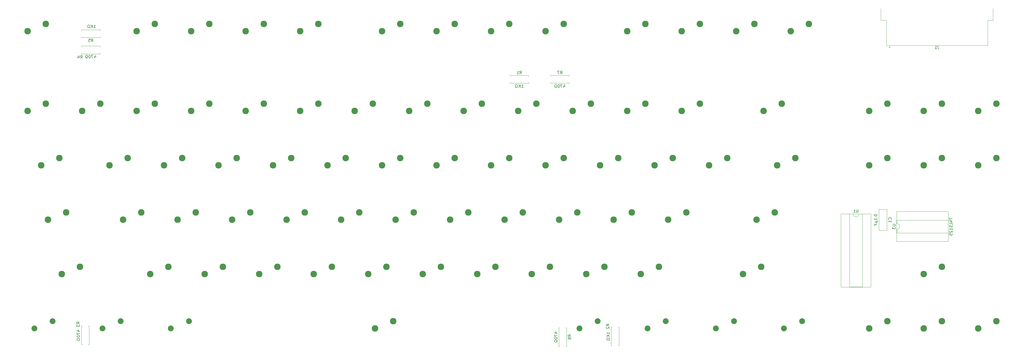
<source format=gbr>
G04 #@! TF.GenerationSoftware,KiCad,Pcbnew,7.0.1*
G04 #@! TF.CreationDate,2024-09-21T20:16:08-05:00*
G04 #@! TF.ProjectId,C128DKEYBOARD,43313238-444b-4455-9942-4f4152442e6b,3.3*
G04 #@! TF.SameCoordinates,Original*
G04 #@! TF.FileFunction,Legend,Bot*
G04 #@! TF.FilePolarity,Positive*
%FSLAX46Y46*%
G04 Gerber Fmt 4.6, Leading zero omitted, Abs format (unit mm)*
G04 Created by KiCad (PCBNEW 7.0.1) date 2024-09-21 20:16:08*
%MOMM*%
%LPD*%
G01*
G04 APERTURE LIST*
%ADD10C,0.150000*%
%ADD11C,0.120000*%
%ADD12C,2.286000*%
%ADD13C,2.032000*%
G04 APERTURE END LIST*
D10*
X378661333Y-136411919D02*
X378661333Y-137126204D01*
X378661333Y-137126204D02*
X378708952Y-137269061D01*
X378708952Y-137269061D02*
X378804190Y-137364300D01*
X378804190Y-137364300D02*
X378947047Y-137411919D01*
X378947047Y-137411919D02*
X379042285Y-137411919D01*
X377661333Y-137411919D02*
X378232761Y-137411919D01*
X377947047Y-137411919D02*
X377947047Y-136411919D01*
X377947047Y-136411919D02*
X378042285Y-136554776D01*
X378042285Y-136554776D02*
X378137523Y-136650014D01*
X378137523Y-136650014D02*
X378232761Y-136697633D01*
X232499666Y-146174619D02*
X232832999Y-145698428D01*
X233071094Y-146174619D02*
X233071094Y-145174619D01*
X233071094Y-145174619D02*
X232690142Y-145174619D01*
X232690142Y-145174619D02*
X232594904Y-145222238D01*
X232594904Y-145222238D02*
X232547285Y-145269857D01*
X232547285Y-145269857D02*
X232499666Y-145365095D01*
X232499666Y-145365095D02*
X232499666Y-145507952D01*
X232499666Y-145507952D02*
X232547285Y-145603190D01*
X232547285Y-145603190D02*
X232594904Y-145650809D01*
X232594904Y-145650809D02*
X232690142Y-145698428D01*
X232690142Y-145698428D02*
X233071094Y-145698428D01*
X231547285Y-146174619D02*
X232118713Y-146174619D01*
X231832999Y-146174619D02*
X231832999Y-145174619D01*
X231832999Y-145174619D02*
X231928237Y-145317476D01*
X231928237Y-145317476D02*
X232023475Y-145412714D01*
X232023475Y-145412714D02*
X232118713Y-145460333D01*
X233118714Y-150914619D02*
X233690142Y-150914619D01*
X233404428Y-150914619D02*
X233404428Y-149914619D01*
X233404428Y-149914619D02*
X233499666Y-150057476D01*
X233499666Y-150057476D02*
X233594904Y-150152714D01*
X233594904Y-150152714D02*
X233690142Y-150200333D01*
X232690142Y-150914619D02*
X232690142Y-149914619D01*
X232118714Y-150914619D02*
X232547285Y-150343190D01*
X232118714Y-149914619D02*
X232690142Y-150486047D01*
X231737761Y-150914619D02*
X231499666Y-150914619D01*
X231499666Y-150914619D02*
X231499666Y-150724142D01*
X231499666Y-150724142D02*
X231594904Y-150676523D01*
X231594904Y-150676523D02*
X231690142Y-150581285D01*
X231690142Y-150581285D02*
X231737761Y-150438428D01*
X231737761Y-150438428D02*
X231737761Y-150200333D01*
X231737761Y-150200333D02*
X231690142Y-150057476D01*
X231690142Y-150057476D02*
X231594904Y-149962238D01*
X231594904Y-149962238D02*
X231452047Y-149914619D01*
X231452047Y-149914619D02*
X231261571Y-149914619D01*
X231261571Y-149914619D02*
X231118714Y-149962238D01*
X231118714Y-149962238D02*
X231023476Y-150057476D01*
X231023476Y-150057476D02*
X230975857Y-150200333D01*
X230975857Y-150200333D02*
X230975857Y-150438428D01*
X230975857Y-150438428D02*
X231023476Y-150581285D01*
X231023476Y-150581285D02*
X231118714Y-150676523D01*
X231118714Y-150676523D02*
X231213952Y-150724142D01*
X231213952Y-150724142D02*
X231213952Y-150914619D01*
X231213952Y-150914619D02*
X230975857Y-150914619D01*
X362760619Y-198892095D02*
X363570142Y-198892095D01*
X363570142Y-198892095D02*
X363665380Y-198939714D01*
X363665380Y-198939714D02*
X363713000Y-198987333D01*
X363713000Y-198987333D02*
X363760619Y-199082571D01*
X363760619Y-199082571D02*
X363760619Y-199273047D01*
X363760619Y-199273047D02*
X363713000Y-199368285D01*
X363713000Y-199368285D02*
X363665380Y-199415904D01*
X363665380Y-199415904D02*
X363570142Y-199463523D01*
X363570142Y-199463523D02*
X362760619Y-199463523D01*
X362760619Y-199844476D02*
X362760619Y-200463523D01*
X362760619Y-200463523D02*
X363141571Y-200130190D01*
X363141571Y-200130190D02*
X363141571Y-200273047D01*
X363141571Y-200273047D02*
X363189190Y-200368285D01*
X363189190Y-200368285D02*
X363236809Y-200415904D01*
X363236809Y-200415904D02*
X363332047Y-200463523D01*
X363332047Y-200463523D02*
X363570142Y-200463523D01*
X363570142Y-200463523D02*
X363665380Y-200415904D01*
X363665380Y-200415904D02*
X363713000Y-200368285D01*
X363713000Y-200368285D02*
X363760619Y-200273047D01*
X363760619Y-200273047D02*
X363760619Y-199987333D01*
X363760619Y-199987333D02*
X363713000Y-199892095D01*
X363713000Y-199892095D02*
X363665380Y-199844476D01*
X382660619Y-196534952D02*
X382660619Y-197201618D01*
X382660619Y-197201618D02*
X383660619Y-196773047D01*
X382993952Y-198011142D02*
X383660619Y-198011142D01*
X382613000Y-197773047D02*
X383327285Y-197534952D01*
X383327285Y-197534952D02*
X383327285Y-198153999D01*
X383660619Y-199011142D02*
X383660619Y-198534952D01*
X383660619Y-198534952D02*
X382660619Y-198534952D01*
X383613000Y-199296857D02*
X383660619Y-199439714D01*
X383660619Y-199439714D02*
X383660619Y-199677809D01*
X383660619Y-199677809D02*
X383613000Y-199773047D01*
X383613000Y-199773047D02*
X383565380Y-199820666D01*
X383565380Y-199820666D02*
X383470142Y-199868285D01*
X383470142Y-199868285D02*
X383374904Y-199868285D01*
X383374904Y-199868285D02*
X383279666Y-199820666D01*
X383279666Y-199820666D02*
X383232047Y-199773047D01*
X383232047Y-199773047D02*
X383184428Y-199677809D01*
X383184428Y-199677809D02*
X383136809Y-199487333D01*
X383136809Y-199487333D02*
X383089190Y-199392095D01*
X383089190Y-199392095D02*
X383041571Y-199344476D01*
X383041571Y-199344476D02*
X382946333Y-199296857D01*
X382946333Y-199296857D02*
X382851095Y-199296857D01*
X382851095Y-199296857D02*
X382755857Y-199344476D01*
X382755857Y-199344476D02*
X382708238Y-199392095D01*
X382708238Y-199392095D02*
X382660619Y-199487333D01*
X382660619Y-199487333D02*
X382660619Y-199725428D01*
X382660619Y-199725428D02*
X382708238Y-199868285D01*
X383660619Y-200820666D02*
X383660619Y-200249238D01*
X383660619Y-200534952D02*
X382660619Y-200534952D01*
X382660619Y-200534952D02*
X382803476Y-200439714D01*
X382803476Y-200439714D02*
X382898714Y-200344476D01*
X382898714Y-200344476D02*
X382946333Y-200249238D01*
X382755857Y-201201619D02*
X382708238Y-201249238D01*
X382708238Y-201249238D02*
X382660619Y-201344476D01*
X382660619Y-201344476D02*
X382660619Y-201582571D01*
X382660619Y-201582571D02*
X382708238Y-201677809D01*
X382708238Y-201677809D02*
X382755857Y-201725428D01*
X382755857Y-201725428D02*
X382851095Y-201773047D01*
X382851095Y-201773047D02*
X382946333Y-201773047D01*
X382946333Y-201773047D02*
X383089190Y-201725428D01*
X383089190Y-201725428D02*
X383660619Y-201154000D01*
X383660619Y-201154000D02*
X383660619Y-201773047D01*
X382660619Y-202677809D02*
X382660619Y-202201619D01*
X382660619Y-202201619D02*
X383136809Y-202154000D01*
X383136809Y-202154000D02*
X383089190Y-202201619D01*
X383089190Y-202201619D02*
X383041571Y-202296857D01*
X383041571Y-202296857D02*
X383041571Y-202534952D01*
X383041571Y-202534952D02*
X383089190Y-202630190D01*
X383089190Y-202630190D02*
X383136809Y-202677809D01*
X383136809Y-202677809D02*
X383232047Y-202725428D01*
X383232047Y-202725428D02*
X383470142Y-202725428D01*
X383470142Y-202725428D02*
X383565380Y-202677809D01*
X383565380Y-202677809D02*
X383613000Y-202630190D01*
X383613000Y-202630190D02*
X383660619Y-202534952D01*
X383660619Y-202534952D02*
X383660619Y-202296857D01*
X383660619Y-202296857D02*
X383613000Y-202201619D01*
X383613000Y-202201619D02*
X383565380Y-202154000D01*
X263733619Y-234453133D02*
X263257428Y-234119800D01*
X263733619Y-233881705D02*
X262733619Y-233881705D01*
X262733619Y-233881705D02*
X262733619Y-234262657D01*
X262733619Y-234262657D02*
X262781238Y-234357895D01*
X262781238Y-234357895D02*
X262828857Y-234405514D01*
X262828857Y-234405514D02*
X262924095Y-234453133D01*
X262924095Y-234453133D02*
X263066952Y-234453133D01*
X263066952Y-234453133D02*
X263162190Y-234405514D01*
X263162190Y-234405514D02*
X263209809Y-234357895D01*
X263209809Y-234357895D02*
X263257428Y-234262657D01*
X263257428Y-234262657D02*
X263257428Y-233881705D01*
X262828857Y-234834086D02*
X262781238Y-234881705D01*
X262781238Y-234881705D02*
X262733619Y-234976943D01*
X262733619Y-234976943D02*
X262733619Y-235215038D01*
X262733619Y-235215038D02*
X262781238Y-235310276D01*
X262781238Y-235310276D02*
X262828857Y-235357895D01*
X262828857Y-235357895D02*
X262924095Y-235405514D01*
X262924095Y-235405514D02*
X263019333Y-235405514D01*
X263019333Y-235405514D02*
X263162190Y-235357895D01*
X263162190Y-235357895D02*
X263733619Y-234786467D01*
X263733619Y-234786467D02*
X263733619Y-235405514D01*
X263903619Y-237339285D02*
X263903619Y-236767857D01*
X263903619Y-237053571D02*
X262903619Y-237053571D01*
X262903619Y-237053571D02*
X263046476Y-236958333D01*
X263046476Y-236958333D02*
X263141714Y-236863095D01*
X263141714Y-236863095D02*
X263189333Y-236767857D01*
X263903619Y-237767857D02*
X262903619Y-237767857D01*
X263903619Y-238339285D02*
X263332190Y-237910714D01*
X262903619Y-238339285D02*
X263475047Y-237767857D01*
X263903619Y-238720238D02*
X263903619Y-238958333D01*
X263903619Y-238958333D02*
X263713142Y-238958333D01*
X263713142Y-238958333D02*
X263665523Y-238863095D01*
X263665523Y-238863095D02*
X263570285Y-238767857D01*
X263570285Y-238767857D02*
X263427428Y-238720238D01*
X263427428Y-238720238D02*
X263189333Y-238720238D01*
X263189333Y-238720238D02*
X263046476Y-238767857D01*
X263046476Y-238767857D02*
X262951238Y-238863095D01*
X262951238Y-238863095D02*
X262903619Y-239005952D01*
X262903619Y-239005952D02*
X262903619Y-239196428D01*
X262903619Y-239196428D02*
X262951238Y-239339285D01*
X262951238Y-239339285D02*
X263046476Y-239434523D01*
X263046476Y-239434523D02*
X263189333Y-239482142D01*
X263189333Y-239482142D02*
X263427428Y-239482142D01*
X263427428Y-239482142D02*
X263570285Y-239434523D01*
X263570285Y-239434523D02*
X263665523Y-239339285D01*
X263665523Y-239339285D02*
X263713142Y-239244047D01*
X263713142Y-239244047D02*
X263903619Y-239244047D01*
X263903619Y-239244047D02*
X263903619Y-239482142D01*
X350773904Y-193728619D02*
X350773904Y-194538142D01*
X350773904Y-194538142D02*
X350726285Y-194633380D01*
X350726285Y-194633380D02*
X350678666Y-194681000D01*
X350678666Y-194681000D02*
X350583428Y-194728619D01*
X350583428Y-194728619D02*
X350392952Y-194728619D01*
X350392952Y-194728619D02*
X350297714Y-194681000D01*
X350297714Y-194681000D02*
X350250095Y-194633380D01*
X350250095Y-194633380D02*
X350202476Y-194538142D01*
X350202476Y-194538142D02*
X350202476Y-193728619D01*
X349202476Y-194728619D02*
X349773904Y-194728619D01*
X349488190Y-194728619D02*
X349488190Y-193728619D01*
X349488190Y-193728619D02*
X349583428Y-193871476D01*
X349583428Y-193871476D02*
X349678666Y-193966714D01*
X349678666Y-193966714D02*
X349773904Y-194014333D01*
X78643819Y-233767333D02*
X78167628Y-233434000D01*
X78643819Y-233195905D02*
X77643819Y-233195905D01*
X77643819Y-233195905D02*
X77643819Y-233576857D01*
X77643819Y-233576857D02*
X77691438Y-233672095D01*
X77691438Y-233672095D02*
X77739057Y-233719714D01*
X77739057Y-233719714D02*
X77834295Y-233767333D01*
X77834295Y-233767333D02*
X77977152Y-233767333D01*
X77977152Y-233767333D02*
X78072390Y-233719714D01*
X78072390Y-233719714D02*
X78120009Y-233672095D01*
X78120009Y-233672095D02*
X78167628Y-233576857D01*
X78167628Y-233576857D02*
X78167628Y-233195905D01*
X77643819Y-234100667D02*
X77643819Y-234719714D01*
X77643819Y-234719714D02*
X78024771Y-234386381D01*
X78024771Y-234386381D02*
X78024771Y-234529238D01*
X78024771Y-234529238D02*
X78072390Y-234624476D01*
X78072390Y-234624476D02*
X78120009Y-234672095D01*
X78120009Y-234672095D02*
X78215247Y-234719714D01*
X78215247Y-234719714D02*
X78453342Y-234719714D01*
X78453342Y-234719714D02*
X78548580Y-234672095D01*
X78548580Y-234672095D02*
X78596200Y-234624476D01*
X78596200Y-234624476D02*
X78643819Y-234529238D01*
X78643819Y-234529238D02*
X78643819Y-234243524D01*
X78643819Y-234243524D02*
X78596200Y-234148286D01*
X78596200Y-234148286D02*
X78548580Y-234100667D01*
X78070952Y-236410666D02*
X78737619Y-236410666D01*
X77690000Y-236172571D02*
X78404285Y-235934476D01*
X78404285Y-235934476D02*
X78404285Y-236553523D01*
X77737619Y-236839238D02*
X77737619Y-237505904D01*
X77737619Y-237505904D02*
X78737619Y-237077333D01*
X77737619Y-238077333D02*
X77737619Y-238172571D01*
X77737619Y-238172571D02*
X77785238Y-238267809D01*
X77785238Y-238267809D02*
X77832857Y-238315428D01*
X77832857Y-238315428D02*
X77928095Y-238363047D01*
X77928095Y-238363047D02*
X78118571Y-238410666D01*
X78118571Y-238410666D02*
X78356666Y-238410666D01*
X78356666Y-238410666D02*
X78547142Y-238363047D01*
X78547142Y-238363047D02*
X78642380Y-238315428D01*
X78642380Y-238315428D02*
X78690000Y-238267809D01*
X78690000Y-238267809D02*
X78737619Y-238172571D01*
X78737619Y-238172571D02*
X78737619Y-238077333D01*
X78737619Y-238077333D02*
X78690000Y-237982095D01*
X78690000Y-237982095D02*
X78642380Y-237934476D01*
X78642380Y-237934476D02*
X78547142Y-237886857D01*
X78547142Y-237886857D02*
X78356666Y-237839238D01*
X78356666Y-237839238D02*
X78118571Y-237839238D01*
X78118571Y-237839238D02*
X77928095Y-237886857D01*
X77928095Y-237886857D02*
X77832857Y-237934476D01*
X77832857Y-237934476D02*
X77785238Y-237982095D01*
X77785238Y-237982095D02*
X77737619Y-238077333D01*
X78737619Y-238791619D02*
X78737619Y-239029714D01*
X78737619Y-239029714D02*
X78547142Y-239029714D01*
X78547142Y-239029714D02*
X78499523Y-238934476D01*
X78499523Y-238934476D02*
X78404285Y-238839238D01*
X78404285Y-238839238D02*
X78261428Y-238791619D01*
X78261428Y-238791619D02*
X78023333Y-238791619D01*
X78023333Y-238791619D02*
X77880476Y-238839238D01*
X77880476Y-238839238D02*
X77785238Y-238934476D01*
X77785238Y-238934476D02*
X77737619Y-239077333D01*
X77737619Y-239077333D02*
X77737619Y-239267809D01*
X77737619Y-239267809D02*
X77785238Y-239410666D01*
X77785238Y-239410666D02*
X77880476Y-239505904D01*
X77880476Y-239505904D02*
X78023333Y-239553523D01*
X78023333Y-239553523D02*
X78261428Y-239553523D01*
X78261428Y-239553523D02*
X78404285Y-239505904D01*
X78404285Y-239505904D02*
X78499523Y-239410666D01*
X78499523Y-239410666D02*
X78547142Y-239315428D01*
X78547142Y-239315428D02*
X78737619Y-239315428D01*
X78737619Y-239315428D02*
X78737619Y-239553523D01*
X82716666Y-134912619D02*
X83049999Y-134436428D01*
X83288094Y-134912619D02*
X83288094Y-133912619D01*
X83288094Y-133912619D02*
X82907142Y-133912619D01*
X82907142Y-133912619D02*
X82811904Y-133960238D01*
X82811904Y-133960238D02*
X82764285Y-134007857D01*
X82764285Y-134007857D02*
X82716666Y-134103095D01*
X82716666Y-134103095D02*
X82716666Y-134245952D01*
X82716666Y-134245952D02*
X82764285Y-134341190D01*
X82764285Y-134341190D02*
X82811904Y-134388809D01*
X82811904Y-134388809D02*
X82907142Y-134436428D01*
X82907142Y-134436428D02*
X83288094Y-134436428D01*
X81811904Y-133912619D02*
X82288094Y-133912619D01*
X82288094Y-133912619D02*
X82335713Y-134388809D01*
X82335713Y-134388809D02*
X82288094Y-134341190D01*
X82288094Y-134341190D02*
X82192856Y-134293571D01*
X82192856Y-134293571D02*
X81954761Y-134293571D01*
X81954761Y-134293571D02*
X81859523Y-134341190D01*
X81859523Y-134341190D02*
X81811904Y-134388809D01*
X81811904Y-134388809D02*
X81764285Y-134484047D01*
X81764285Y-134484047D02*
X81764285Y-134722142D01*
X81764285Y-134722142D02*
X81811904Y-134817380D01*
X81811904Y-134817380D02*
X81859523Y-134865000D01*
X81859523Y-134865000D02*
X81954761Y-134912619D01*
X81954761Y-134912619D02*
X82192856Y-134912619D01*
X82192856Y-134912619D02*
X82288094Y-134865000D01*
X82288094Y-134865000D02*
X82335713Y-134817380D01*
X83615514Y-130016619D02*
X84186942Y-130016619D01*
X83901228Y-130016619D02*
X83901228Y-129016619D01*
X83901228Y-129016619D02*
X83996466Y-129159476D01*
X83996466Y-129159476D02*
X84091704Y-129254714D01*
X84091704Y-129254714D02*
X84186942Y-129302333D01*
X83186942Y-130016619D02*
X83186942Y-129016619D01*
X82615514Y-130016619D02*
X83044085Y-129445190D01*
X82615514Y-129016619D02*
X83186942Y-129588047D01*
X82234561Y-130016619D02*
X81996466Y-130016619D01*
X81996466Y-130016619D02*
X81996466Y-129826142D01*
X81996466Y-129826142D02*
X82091704Y-129778523D01*
X82091704Y-129778523D02*
X82186942Y-129683285D01*
X82186942Y-129683285D02*
X82234561Y-129540428D01*
X82234561Y-129540428D02*
X82234561Y-129302333D01*
X82234561Y-129302333D02*
X82186942Y-129159476D01*
X82186942Y-129159476D02*
X82091704Y-129064238D01*
X82091704Y-129064238D02*
X81948847Y-129016619D01*
X81948847Y-129016619D02*
X81758371Y-129016619D01*
X81758371Y-129016619D02*
X81615514Y-129064238D01*
X81615514Y-129064238D02*
X81520276Y-129159476D01*
X81520276Y-129159476D02*
X81472657Y-129302333D01*
X81472657Y-129302333D02*
X81472657Y-129540428D01*
X81472657Y-129540428D02*
X81520276Y-129683285D01*
X81520276Y-129683285D02*
X81615514Y-129778523D01*
X81615514Y-129778523D02*
X81710752Y-129826142D01*
X81710752Y-129826142D02*
X81710752Y-130016619D01*
X81710752Y-130016619D02*
X81472657Y-130016619D01*
X362277380Y-197191333D02*
X362325000Y-197143714D01*
X362325000Y-197143714D02*
X362372619Y-197000857D01*
X362372619Y-197000857D02*
X362372619Y-196905619D01*
X362372619Y-196905619D02*
X362325000Y-196762762D01*
X362325000Y-196762762D02*
X362229761Y-196667524D01*
X362229761Y-196667524D02*
X362134523Y-196619905D01*
X362134523Y-196619905D02*
X361944047Y-196572286D01*
X361944047Y-196572286D02*
X361801190Y-196572286D01*
X361801190Y-196572286D02*
X361610714Y-196619905D01*
X361610714Y-196619905D02*
X361515476Y-196667524D01*
X361515476Y-196667524D02*
X361420238Y-196762762D01*
X361420238Y-196762762D02*
X361372619Y-196905619D01*
X361372619Y-196905619D02*
X361372619Y-197000857D01*
X361372619Y-197000857D02*
X361420238Y-197143714D01*
X361420238Y-197143714D02*
X361467857Y-197191333D01*
X362372619Y-198143714D02*
X362372619Y-197572286D01*
X362372619Y-197858000D02*
X361372619Y-197858000D01*
X361372619Y-197858000D02*
X361515476Y-197762762D01*
X361515476Y-197762762D02*
X361610714Y-197667524D01*
X361610714Y-197667524D02*
X361658333Y-197572286D01*
X356372619Y-195643714D02*
X356372619Y-195738952D01*
X356372619Y-195738952D02*
X356420238Y-195834190D01*
X356420238Y-195834190D02*
X356467857Y-195881809D01*
X356467857Y-195881809D02*
X356563095Y-195929428D01*
X356563095Y-195929428D02*
X356753571Y-195977047D01*
X356753571Y-195977047D02*
X356991666Y-195977047D01*
X356991666Y-195977047D02*
X357182142Y-195929428D01*
X357182142Y-195929428D02*
X357277380Y-195881809D01*
X357277380Y-195881809D02*
X357325000Y-195834190D01*
X357325000Y-195834190D02*
X357372619Y-195738952D01*
X357372619Y-195738952D02*
X357372619Y-195643714D01*
X357372619Y-195643714D02*
X357325000Y-195548476D01*
X357325000Y-195548476D02*
X357277380Y-195500857D01*
X357277380Y-195500857D02*
X357182142Y-195453238D01*
X357182142Y-195453238D02*
X356991666Y-195405619D01*
X356991666Y-195405619D02*
X356753571Y-195405619D01*
X356753571Y-195405619D02*
X356563095Y-195453238D01*
X356563095Y-195453238D02*
X356467857Y-195500857D01*
X356467857Y-195500857D02*
X356420238Y-195548476D01*
X356420238Y-195548476D02*
X356372619Y-195643714D01*
X357277380Y-196405619D02*
X357325000Y-196453238D01*
X357325000Y-196453238D02*
X357372619Y-196405619D01*
X357372619Y-196405619D02*
X357325000Y-196358000D01*
X357325000Y-196358000D02*
X357277380Y-196405619D01*
X357277380Y-196405619D02*
X357372619Y-196405619D01*
X357372619Y-197405618D02*
X357372619Y-196834190D01*
X357372619Y-197119904D02*
X356372619Y-197119904D01*
X356372619Y-197119904D02*
X356515476Y-197024666D01*
X356515476Y-197024666D02*
X356610714Y-196929428D01*
X356610714Y-196929428D02*
X356658333Y-196834190D01*
X356705952Y-197834190D02*
X357705952Y-197834190D01*
X357229761Y-198310380D02*
X357325000Y-198357999D01*
X357325000Y-198357999D02*
X357372619Y-198453237D01*
X357229761Y-197834190D02*
X357325000Y-197881809D01*
X357325000Y-197881809D02*
X357372619Y-197977047D01*
X357372619Y-197977047D02*
X357372619Y-198167523D01*
X357372619Y-198167523D02*
X357325000Y-198262761D01*
X357325000Y-198262761D02*
X357229761Y-198310380D01*
X357229761Y-198310380D02*
X356705952Y-198310380D01*
X356848809Y-199215142D02*
X356848809Y-198881809D01*
X357372619Y-198881809D02*
X356372619Y-198881809D01*
X356372619Y-198881809D02*
X356372619Y-199357999D01*
X78982866Y-140721419D02*
X79316199Y-140245228D01*
X79554294Y-140721419D02*
X79554294Y-139721419D01*
X79554294Y-139721419D02*
X79173342Y-139721419D01*
X79173342Y-139721419D02*
X79078104Y-139769038D01*
X79078104Y-139769038D02*
X79030485Y-139816657D01*
X79030485Y-139816657D02*
X78982866Y-139911895D01*
X78982866Y-139911895D02*
X78982866Y-140054752D01*
X78982866Y-140054752D02*
X79030485Y-140149990D01*
X79030485Y-140149990D02*
X79078104Y-140197609D01*
X79078104Y-140197609D02*
X79173342Y-140245228D01*
X79173342Y-140245228D02*
X79554294Y-140245228D01*
X78125723Y-140054752D02*
X78125723Y-140721419D01*
X78363818Y-139673800D02*
X78601913Y-140388085D01*
X78601913Y-140388085D02*
X77982866Y-140388085D01*
X83883333Y-139960952D02*
X83883333Y-140627619D01*
X84121428Y-139580000D02*
X84359523Y-140294285D01*
X84359523Y-140294285D02*
X83740476Y-140294285D01*
X83454761Y-139627619D02*
X82788095Y-139627619D01*
X82788095Y-139627619D02*
X83216666Y-140627619D01*
X82216666Y-139627619D02*
X82121428Y-139627619D01*
X82121428Y-139627619D02*
X82026190Y-139675238D01*
X82026190Y-139675238D02*
X81978571Y-139722857D01*
X81978571Y-139722857D02*
X81930952Y-139818095D01*
X81930952Y-139818095D02*
X81883333Y-140008571D01*
X81883333Y-140008571D02*
X81883333Y-140246666D01*
X81883333Y-140246666D02*
X81930952Y-140437142D01*
X81930952Y-140437142D02*
X81978571Y-140532380D01*
X81978571Y-140532380D02*
X82026190Y-140580000D01*
X82026190Y-140580000D02*
X82121428Y-140627619D01*
X82121428Y-140627619D02*
X82216666Y-140627619D01*
X82216666Y-140627619D02*
X82311904Y-140580000D01*
X82311904Y-140580000D02*
X82359523Y-140532380D01*
X82359523Y-140532380D02*
X82407142Y-140437142D01*
X82407142Y-140437142D02*
X82454761Y-140246666D01*
X82454761Y-140246666D02*
X82454761Y-140008571D01*
X82454761Y-140008571D02*
X82407142Y-139818095D01*
X82407142Y-139818095D02*
X82359523Y-139722857D01*
X82359523Y-139722857D02*
X82311904Y-139675238D01*
X82311904Y-139675238D02*
X82216666Y-139627619D01*
X81502380Y-140627619D02*
X81264285Y-140627619D01*
X81264285Y-140627619D02*
X81264285Y-140437142D01*
X81264285Y-140437142D02*
X81359523Y-140389523D01*
X81359523Y-140389523D02*
X81454761Y-140294285D01*
X81454761Y-140294285D02*
X81502380Y-140151428D01*
X81502380Y-140151428D02*
X81502380Y-139913333D01*
X81502380Y-139913333D02*
X81454761Y-139770476D01*
X81454761Y-139770476D02*
X81359523Y-139675238D01*
X81359523Y-139675238D02*
X81216666Y-139627619D01*
X81216666Y-139627619D02*
X81026190Y-139627619D01*
X81026190Y-139627619D02*
X80883333Y-139675238D01*
X80883333Y-139675238D02*
X80788095Y-139770476D01*
X80788095Y-139770476D02*
X80740476Y-139913333D01*
X80740476Y-139913333D02*
X80740476Y-140151428D01*
X80740476Y-140151428D02*
X80788095Y-140294285D01*
X80788095Y-140294285D02*
X80883333Y-140389523D01*
X80883333Y-140389523D02*
X80978571Y-140437142D01*
X80978571Y-140437142D02*
X80978571Y-140627619D01*
X80978571Y-140627619D02*
X80740476Y-140627619D01*
X250355619Y-238212333D02*
X249879428Y-237879000D01*
X250355619Y-237640905D02*
X249355619Y-237640905D01*
X249355619Y-237640905D02*
X249355619Y-238021857D01*
X249355619Y-238021857D02*
X249403238Y-238117095D01*
X249403238Y-238117095D02*
X249450857Y-238164714D01*
X249450857Y-238164714D02*
X249546095Y-238212333D01*
X249546095Y-238212333D02*
X249688952Y-238212333D01*
X249688952Y-238212333D02*
X249784190Y-238164714D01*
X249784190Y-238164714D02*
X249831809Y-238117095D01*
X249831809Y-238117095D02*
X249879428Y-238021857D01*
X249879428Y-238021857D02*
X249879428Y-237640905D01*
X249355619Y-239069476D02*
X249355619Y-238879000D01*
X249355619Y-238879000D02*
X249403238Y-238783762D01*
X249403238Y-238783762D02*
X249450857Y-238736143D01*
X249450857Y-238736143D02*
X249593714Y-238640905D01*
X249593714Y-238640905D02*
X249784190Y-238593286D01*
X249784190Y-238593286D02*
X250165142Y-238593286D01*
X250165142Y-238593286D02*
X250260380Y-238640905D01*
X250260380Y-238640905D02*
X250308000Y-238688524D01*
X250308000Y-238688524D02*
X250355619Y-238783762D01*
X250355619Y-238783762D02*
X250355619Y-238974238D01*
X250355619Y-238974238D02*
X250308000Y-239069476D01*
X250308000Y-239069476D02*
X250260380Y-239117095D01*
X250260380Y-239117095D02*
X250165142Y-239164714D01*
X250165142Y-239164714D02*
X249927047Y-239164714D01*
X249927047Y-239164714D02*
X249831809Y-239117095D01*
X249831809Y-239117095D02*
X249784190Y-239069476D01*
X249784190Y-239069476D02*
X249736571Y-238974238D01*
X249736571Y-238974238D02*
X249736571Y-238783762D01*
X249736571Y-238783762D02*
X249784190Y-238688524D01*
X249784190Y-238688524D02*
X249831809Y-238640905D01*
X249831809Y-238640905D02*
X249927047Y-238593286D01*
X244948952Y-237045666D02*
X245615619Y-237045666D01*
X244568000Y-236807571D02*
X245282285Y-236569476D01*
X245282285Y-236569476D02*
X245282285Y-237188523D01*
X244615619Y-237474238D02*
X244615619Y-238140904D01*
X244615619Y-238140904D02*
X245615619Y-237712333D01*
X244615619Y-238712333D02*
X244615619Y-238807571D01*
X244615619Y-238807571D02*
X244663238Y-238902809D01*
X244663238Y-238902809D02*
X244710857Y-238950428D01*
X244710857Y-238950428D02*
X244806095Y-238998047D01*
X244806095Y-238998047D02*
X244996571Y-239045666D01*
X244996571Y-239045666D02*
X245234666Y-239045666D01*
X245234666Y-239045666D02*
X245425142Y-238998047D01*
X245425142Y-238998047D02*
X245520380Y-238950428D01*
X245520380Y-238950428D02*
X245568000Y-238902809D01*
X245568000Y-238902809D02*
X245615619Y-238807571D01*
X245615619Y-238807571D02*
X245615619Y-238712333D01*
X245615619Y-238712333D02*
X245568000Y-238617095D01*
X245568000Y-238617095D02*
X245520380Y-238569476D01*
X245520380Y-238569476D02*
X245425142Y-238521857D01*
X245425142Y-238521857D02*
X245234666Y-238474238D01*
X245234666Y-238474238D02*
X244996571Y-238474238D01*
X244996571Y-238474238D02*
X244806095Y-238521857D01*
X244806095Y-238521857D02*
X244710857Y-238569476D01*
X244710857Y-238569476D02*
X244663238Y-238617095D01*
X244663238Y-238617095D02*
X244615619Y-238712333D01*
X245615619Y-239426619D02*
X245615619Y-239664714D01*
X245615619Y-239664714D02*
X245425142Y-239664714D01*
X245425142Y-239664714D02*
X245377523Y-239569476D01*
X245377523Y-239569476D02*
X245282285Y-239474238D01*
X245282285Y-239474238D02*
X245139428Y-239426619D01*
X245139428Y-239426619D02*
X244901333Y-239426619D01*
X244901333Y-239426619D02*
X244758476Y-239474238D01*
X244758476Y-239474238D02*
X244663238Y-239569476D01*
X244663238Y-239569476D02*
X244615619Y-239712333D01*
X244615619Y-239712333D02*
X244615619Y-239902809D01*
X244615619Y-239902809D02*
X244663238Y-240045666D01*
X244663238Y-240045666D02*
X244758476Y-240140904D01*
X244758476Y-240140904D02*
X244901333Y-240188523D01*
X244901333Y-240188523D02*
X245139428Y-240188523D01*
X245139428Y-240188523D02*
X245282285Y-240140904D01*
X245282285Y-240140904D02*
X245377523Y-240045666D01*
X245377523Y-240045666D02*
X245425142Y-239950428D01*
X245425142Y-239950428D02*
X245615619Y-239950428D01*
X245615619Y-239950428D02*
X245615619Y-240188523D01*
X246673666Y-146174619D02*
X247006999Y-145698428D01*
X247245094Y-146174619D02*
X247245094Y-145174619D01*
X247245094Y-145174619D02*
X246864142Y-145174619D01*
X246864142Y-145174619D02*
X246768904Y-145222238D01*
X246768904Y-145222238D02*
X246721285Y-145269857D01*
X246721285Y-145269857D02*
X246673666Y-145365095D01*
X246673666Y-145365095D02*
X246673666Y-145507952D01*
X246673666Y-145507952D02*
X246721285Y-145603190D01*
X246721285Y-145603190D02*
X246768904Y-145650809D01*
X246768904Y-145650809D02*
X246864142Y-145698428D01*
X246864142Y-145698428D02*
X247245094Y-145698428D01*
X246340332Y-145174619D02*
X245673666Y-145174619D01*
X245673666Y-145174619D02*
X246102237Y-146174619D01*
X247840333Y-150247952D02*
X247840333Y-150914619D01*
X248078428Y-149867000D02*
X248316523Y-150581285D01*
X248316523Y-150581285D02*
X247697476Y-150581285D01*
X247411761Y-149914619D02*
X246745095Y-149914619D01*
X246745095Y-149914619D02*
X247173666Y-150914619D01*
X246173666Y-149914619D02*
X246078428Y-149914619D01*
X246078428Y-149914619D02*
X245983190Y-149962238D01*
X245983190Y-149962238D02*
X245935571Y-150009857D01*
X245935571Y-150009857D02*
X245887952Y-150105095D01*
X245887952Y-150105095D02*
X245840333Y-150295571D01*
X245840333Y-150295571D02*
X245840333Y-150533666D01*
X245840333Y-150533666D02*
X245887952Y-150724142D01*
X245887952Y-150724142D02*
X245935571Y-150819380D01*
X245935571Y-150819380D02*
X245983190Y-150867000D01*
X245983190Y-150867000D02*
X246078428Y-150914619D01*
X246078428Y-150914619D02*
X246173666Y-150914619D01*
X246173666Y-150914619D02*
X246268904Y-150867000D01*
X246268904Y-150867000D02*
X246316523Y-150819380D01*
X246316523Y-150819380D02*
X246364142Y-150724142D01*
X246364142Y-150724142D02*
X246411761Y-150533666D01*
X246411761Y-150533666D02*
X246411761Y-150295571D01*
X246411761Y-150295571D02*
X246364142Y-150105095D01*
X246364142Y-150105095D02*
X246316523Y-150009857D01*
X246316523Y-150009857D02*
X246268904Y-149962238D01*
X246268904Y-149962238D02*
X246173666Y-149914619D01*
X245459380Y-150914619D02*
X245221285Y-150914619D01*
X245221285Y-150914619D02*
X245221285Y-150724142D01*
X245221285Y-150724142D02*
X245316523Y-150676523D01*
X245316523Y-150676523D02*
X245411761Y-150581285D01*
X245411761Y-150581285D02*
X245459380Y-150438428D01*
X245459380Y-150438428D02*
X245459380Y-150200333D01*
X245459380Y-150200333D02*
X245411761Y-150057476D01*
X245411761Y-150057476D02*
X245316523Y-149962238D01*
X245316523Y-149962238D02*
X245173666Y-149914619D01*
X245173666Y-149914619D02*
X244983190Y-149914619D01*
X244983190Y-149914619D02*
X244840333Y-149962238D01*
X244840333Y-149962238D02*
X244745095Y-150057476D01*
X244745095Y-150057476D02*
X244697476Y-150200333D01*
X244697476Y-150200333D02*
X244697476Y-150438428D01*
X244697476Y-150438428D02*
X244745095Y-150581285D01*
X244745095Y-150581285D02*
X244840333Y-150676523D01*
X244840333Y-150676523D02*
X244935571Y-150724142D01*
X244935571Y-150724142D02*
X244935571Y-150914619D01*
X244935571Y-150914619D02*
X244697476Y-150914619D01*
D11*
X358718000Y-123269300D02*
X358718000Y-127369300D01*
X358718000Y-127369300D02*
X360648000Y-127369300D01*
X360648000Y-127369300D02*
X360648000Y-136209300D01*
X360648000Y-136209300D02*
X396008000Y-136209300D01*
X361458000Y-136903638D02*
X361958000Y-136903638D01*
X361708000Y-136470625D02*
X361458000Y-136903638D01*
X361958000Y-136903638D02*
X361708000Y-136470625D01*
X396008000Y-127369300D02*
X397938000Y-127369300D01*
X396008000Y-136209300D02*
X396008000Y-127369300D01*
X397938000Y-127369300D02*
X397938000Y-123269300D01*
X235603000Y-149452000D02*
X229063000Y-149452000D01*
X235603000Y-149122000D02*
X235603000Y-149452000D01*
X235603000Y-147042000D02*
X235603000Y-146712000D01*
X235603000Y-146712000D02*
X229063000Y-146712000D01*
X229063000Y-149452000D02*
X229063000Y-149122000D01*
X229063000Y-146712000D02*
X229063000Y-147042000D01*
X382258000Y-194404000D02*
X382258000Y-204904000D01*
X364238000Y-194404000D02*
X382258000Y-194404000D01*
X382198000Y-197404000D02*
X382198000Y-201904000D01*
X364298000Y-197404000D02*
X382198000Y-197404000D01*
X364298000Y-198654000D02*
X364298000Y-197404000D01*
X382198000Y-201904000D02*
X364298000Y-201904000D01*
X364298000Y-201904000D02*
X364298000Y-200654000D01*
X382258000Y-204904000D02*
X364238000Y-204904000D01*
X364238000Y-204904000D02*
X364238000Y-194404000D01*
X364298000Y-200654000D02*
G75*
G03*
X364298000Y-198654000I0J1000000D01*
G01*
X264441000Y-241395000D02*
X264441000Y-234855000D01*
X264771000Y-241395000D02*
X264441000Y-241395000D01*
X266851000Y-241395000D02*
X267181000Y-241395000D01*
X267181000Y-241395000D02*
X267181000Y-234855000D01*
X264441000Y-234855000D02*
X264771000Y-234855000D01*
X267181000Y-234855000D02*
X266851000Y-234855000D01*
X355262000Y-220846000D02*
X344762000Y-220846000D01*
X355262000Y-195206000D02*
X355262000Y-220846000D01*
X352262000Y-220786000D02*
X347762000Y-220786000D01*
X352262000Y-195266000D02*
X352262000Y-220786000D01*
X351012000Y-195266000D02*
X352262000Y-195266000D01*
X347762000Y-220786000D02*
X347762000Y-195266000D01*
X347762000Y-195266000D02*
X349012000Y-195266000D01*
X344762000Y-220846000D02*
X344762000Y-195206000D01*
X344762000Y-195206000D02*
X355262000Y-195206000D01*
X349012000Y-195266000D02*
G75*
G03*
X351012000Y-195266000I1000000J0D01*
G01*
X79275000Y-241014000D02*
X79275000Y-234474000D01*
X79605000Y-241014000D02*
X79275000Y-241014000D01*
X81685000Y-241014000D02*
X82015000Y-241014000D01*
X82015000Y-241014000D02*
X82015000Y-234474000D01*
X79275000Y-234474000D02*
X79605000Y-234474000D01*
X82015000Y-234474000D02*
X81685000Y-234474000D01*
X79280000Y-130710000D02*
X85820000Y-130710000D01*
X79280000Y-131040000D02*
X79280000Y-130710000D01*
X79280000Y-133120000D02*
X79280000Y-133450000D01*
X79280000Y-133450000D02*
X85820000Y-133450000D01*
X85820000Y-130710000D02*
X85820000Y-131040000D01*
X85820000Y-133450000D02*
X85820000Y-133120000D01*
X358040000Y-200978000D02*
X358040000Y-193738000D01*
X360780000Y-200978000D02*
X358040000Y-200978000D01*
X360780000Y-200978000D02*
X360780000Y-193738000D01*
X360780000Y-193738000D02*
X358040000Y-193738000D01*
X85820000Y-139165000D02*
X79280000Y-139165000D01*
X85820000Y-138835000D02*
X85820000Y-139165000D01*
X85820000Y-136755000D02*
X85820000Y-136425000D01*
X85820000Y-136425000D02*
X79280000Y-136425000D01*
X79280000Y-139165000D02*
X79280000Y-138835000D01*
X79280000Y-136425000D02*
X79280000Y-136755000D01*
X246153000Y-241649000D02*
X246153000Y-235109000D01*
X246483000Y-241649000D02*
X246153000Y-241649000D01*
X248563000Y-241649000D02*
X248893000Y-241649000D01*
X248893000Y-241649000D02*
X248893000Y-235109000D01*
X246153000Y-235109000D02*
X246483000Y-235109000D01*
X248893000Y-235109000D02*
X248563000Y-235109000D01*
X249777000Y-149452000D02*
X243237000Y-149452000D01*
X249777000Y-149122000D02*
X249777000Y-149452000D01*
X249777000Y-147042000D02*
X249777000Y-146712000D01*
X249777000Y-146712000D02*
X243237000Y-146712000D01*
X243237000Y-149452000D02*
X243237000Y-149122000D01*
X243237000Y-146712000D02*
X243237000Y-147042000D01*
D12*
X66865500Y-128651000D03*
X60515500Y-131191000D03*
X104965500Y-128651000D03*
X98615500Y-131191000D03*
X124015500Y-128651000D03*
X117665500Y-131191000D03*
X143065500Y-128651000D03*
X136715500Y-131191000D03*
X162115500Y-128651000D03*
X155765500Y-131191000D03*
X190690500Y-128651000D03*
X184340500Y-131191000D03*
X209740500Y-128651000D03*
X203390500Y-131191000D03*
X228790500Y-128651000D03*
X222440500Y-131191000D03*
X247840500Y-128651000D03*
X241490500Y-131191000D03*
X276415500Y-128651000D03*
X270065500Y-131191000D03*
X295465500Y-128651000D03*
X289115500Y-131191000D03*
X314515500Y-128651000D03*
X308165500Y-131191000D03*
X104965500Y-156591000D03*
X98615500Y-159131000D03*
X124015500Y-156591000D03*
X117665500Y-159131000D03*
X143065500Y-156591000D03*
X136715500Y-159131000D03*
X162115500Y-156591000D03*
X155765500Y-159131000D03*
X181165500Y-156591000D03*
X174815500Y-159131000D03*
X200215500Y-156591000D03*
X193865500Y-159131000D03*
X219265500Y-156591000D03*
X212915500Y-159131000D03*
X238315500Y-156591000D03*
X231965500Y-159131000D03*
X257365500Y-156591000D03*
X251015500Y-159131000D03*
X276415500Y-156591000D03*
X270065500Y-159131000D03*
X295465500Y-156591000D03*
X289115500Y-159131000D03*
X324040500Y-156591000D03*
X317690500Y-159131000D03*
X360972100Y-175641000D03*
X354622100Y-178181000D03*
X380022100Y-175641000D03*
X373672100Y-178181000D03*
X399072100Y-175641000D03*
X392722100Y-178181000D03*
X95440500Y-175641000D03*
X89090500Y-178181000D03*
X114490500Y-175641000D03*
X108140500Y-178181000D03*
X133540500Y-175641000D03*
X127190500Y-178181000D03*
X152590500Y-175641000D03*
X146240500Y-178181000D03*
X171640500Y-175641000D03*
X165290500Y-178181000D03*
X190690500Y-175641000D03*
X184340500Y-178181000D03*
X209740500Y-175641000D03*
X203390500Y-178181000D03*
X228790500Y-175641000D03*
X222440500Y-178181000D03*
X247840500Y-175641000D03*
X241490500Y-178181000D03*
X266890500Y-175641000D03*
X260540500Y-178181000D03*
X285940500Y-175641000D03*
X279590500Y-178181000D03*
X304990500Y-175641000D03*
X298640500Y-178181000D03*
X328800500Y-175641000D03*
X322450500Y-178181000D03*
X100190500Y-194691000D03*
X93840500Y-197231000D03*
X138290500Y-194691000D03*
X131940500Y-197231000D03*
X157340500Y-194691000D03*
X150990500Y-197231000D03*
X176390500Y-194691000D03*
X170040500Y-197231000D03*
X195440500Y-194691000D03*
X189090500Y-197231000D03*
X214490500Y-194691000D03*
X208140500Y-197231000D03*
X233540500Y-194691000D03*
X227190500Y-197231000D03*
X252590500Y-194691000D03*
X246240500Y-197231000D03*
X271640500Y-194691000D03*
X265290500Y-197231000D03*
X290690500Y-194691000D03*
X284340500Y-197231000D03*
X321645500Y-194691000D03*
X315295500Y-197231000D03*
X380022100Y-213741000D03*
X373672100Y-216281000D03*
X109715500Y-213741000D03*
X103365500Y-216281000D03*
X128765500Y-213741000D03*
X122415500Y-216281000D03*
X147815500Y-213741000D03*
X141465500Y-216281000D03*
X166865500Y-213741000D03*
X160515500Y-216281000D03*
X185915500Y-213741000D03*
X179565500Y-216281000D03*
X204965500Y-213741000D03*
X198615500Y-216281000D03*
X224015500Y-213741000D03*
X217665500Y-216281000D03*
X243065500Y-213741000D03*
X236715500Y-216281000D03*
X262115500Y-213741000D03*
X255765500Y-216281000D03*
X281165500Y-213741000D03*
X274815500Y-216281000D03*
X316880500Y-213741000D03*
X310530500Y-216281000D03*
X360972100Y-232791000D03*
X354622100Y-235331000D03*
X380022100Y-232791000D03*
X373672100Y-235331000D03*
X399072100Y-232791000D03*
X392722100Y-235331000D03*
D13*
X93050500Y-232791000D03*
X86700500Y-235331000D03*
X116860500Y-232791000D03*
X110510500Y-235331000D03*
D12*
X188295500Y-232791000D03*
X181945500Y-235331000D03*
D13*
X259735500Y-232791000D03*
X253385500Y-235331000D03*
X283545500Y-232791000D03*
X277195500Y-235331000D03*
X307355500Y-232791000D03*
X301005500Y-235331000D03*
X331165500Y-232791000D03*
X324815500Y-235331000D03*
D12*
X360972100Y-156591000D03*
X354622100Y-159131000D03*
X399072100Y-156591000D03*
X392722100Y-159131000D03*
X380022100Y-156591000D03*
X373672100Y-159131000D03*
X71620500Y-175641000D03*
X65270500Y-178181000D03*
X74003500Y-194691000D03*
X67653500Y-197231000D03*
X78765500Y-213741000D03*
X72415500Y-216281000D03*
D13*
X69240500Y-232791000D03*
X62890500Y-235331000D03*
D12*
X119240500Y-194691000D03*
X112890500Y-197231000D03*
X333565500Y-128651000D03*
X327215500Y-131191000D03*
X85915500Y-156591000D03*
X79565500Y-159131000D03*
X66865500Y-156591000D03*
X60515500Y-159131000D03*
M02*

</source>
